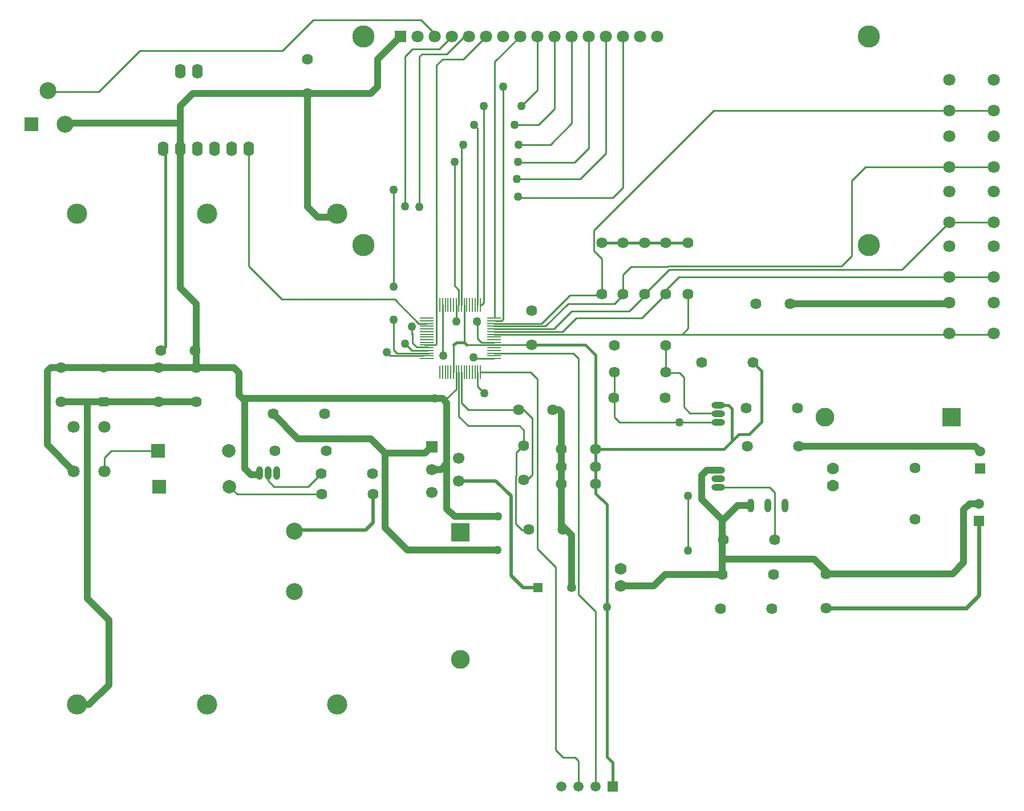
<source format=gtl>
%FSLAX25Y25*%
%MOIN*%
G70*
G01*
G75*
G04 Layer_Physical_Order=1*
G04 Layer_Color=255*
%ADD10R,0.00906X0.07874*%
%ADD11R,0.07874X0.00906*%
%ADD12O,0.00906X0.07874*%
%ADD13C,0.01000*%
%ADD14C,0.01575*%
%ADD15C,0.03937*%
%ADD16C,0.02362*%
%ADD17C,0.01969*%
%ADD18C,0.07087*%
%ADD19C,0.06400*%
%ADD20C,0.06693*%
%ADD21R,0.06693X0.06693*%
%ADD22C,0.11811*%
%ADD23C,0.07087*%
%ADD24R,0.07087X0.07087*%
%ADD25C,0.05906*%
%ADD26R,0.05906X0.05906*%
%ADD27O,0.06299X0.08661*%
%ADD28C,0.09843*%
%ADD29R,0.05906X0.05906*%
%ADD30C,0.05315*%
%ADD31R,0.05315X0.05315*%
%ADD32R,0.11024X0.11024*%
%ADD33C,0.11024*%
%ADD34C,0.07000*%
%ADD35O,0.07874X0.03937*%
%ADD36O,0.07874X0.03937*%
%ADD37R,0.05315X0.05315*%
%ADD38O,0.03937X0.07874*%
%ADD39O,0.03937X0.07874*%
%ADD40C,0.07874*%
%ADD41R,0.07874X0.07874*%
%ADD42R,0.11024X0.11024*%
%ADD43C,0.05000*%
%ADD44C,0.12992*%
D10*
X422000Y406370D02*
D03*
X423575D02*
D03*
X425150D02*
D03*
X426724D02*
D03*
X428299D02*
D03*
X429874D02*
D03*
X431449D02*
D03*
X433024D02*
D03*
X434598D02*
D03*
X436173D02*
D03*
X437748D02*
D03*
X439323D02*
D03*
X440898D02*
D03*
X442472D02*
D03*
X444047D02*
D03*
X445622D02*
D03*
Y367000D02*
D03*
X444047D02*
D03*
X442472D02*
D03*
X440898D02*
D03*
X439323D02*
D03*
X437748D02*
D03*
X436173D02*
D03*
X434598D02*
D03*
X433024D02*
D03*
X431449D02*
D03*
X429874D02*
D03*
X428299D02*
D03*
X426724D02*
D03*
X425150D02*
D03*
X423575D02*
D03*
D11*
X453496Y398496D02*
D03*
Y396921D02*
D03*
Y395346D02*
D03*
Y393772D02*
D03*
Y392197D02*
D03*
Y390622D02*
D03*
Y389047D02*
D03*
Y387472D02*
D03*
Y385898D02*
D03*
Y384323D02*
D03*
Y382748D02*
D03*
Y381173D02*
D03*
Y379598D02*
D03*
Y378024D02*
D03*
Y376449D02*
D03*
Y374874D02*
D03*
X414126D02*
D03*
Y376449D02*
D03*
Y378024D02*
D03*
Y379598D02*
D03*
Y381173D02*
D03*
Y382748D02*
D03*
Y384323D02*
D03*
Y385898D02*
D03*
Y387472D02*
D03*
Y389047D02*
D03*
Y390622D02*
D03*
Y392197D02*
D03*
Y393772D02*
D03*
Y395346D02*
D03*
Y396921D02*
D03*
Y398496D02*
D03*
D12*
X422000Y367000D02*
D03*
D13*
X430000D02*
Y382827D01*
X226055Y309008D02*
Y317055D01*
X230000Y321000D01*
X446177Y384323D02*
X453496D01*
X444000Y386500D02*
X446177Y384323D01*
X444000Y386500D02*
Y396000D01*
X719508Y388945D02*
X745492D01*
X348000Y573000D02*
X411000D01*
X230000Y321000D02*
X257410D01*
X310201Y428799D02*
Y497484D01*
Y428799D02*
X329500Y409500D01*
X395500D01*
X719508Y519945D02*
X745492D01*
X719508Y486945D02*
X745492D01*
X719508Y454445D02*
X745492D01*
X719508Y422445D02*
X745492D01*
X411000Y573000D02*
X418996Y565004D01*
Y563390D02*
Y565004D01*
X567000Y262500D02*
Y294500D01*
X562000Y337500D02*
X584500D01*
X527000D02*
X562000D01*
X453496Y382748D02*
X475248D01*
X437752D02*
X453496D01*
X436173Y384327D02*
Y406370D01*
X438500Y345000D02*
X468000D01*
X434598Y348902D02*
X438500Y345000D01*
X434598Y348902D02*
Y367000D01*
X431449Y356949D02*
Y367000D01*
X426000Y351500D02*
X431449Y356949D01*
X421500Y555894D02*
X428996Y563390D01*
X436390D02*
X438996D01*
X426000Y553000D02*
X436390Y563390D01*
X411500Y553000D02*
X426000D01*
X435606Y550000D02*
X448996Y563390D01*
X423500Y550000D02*
X435606D01*
X458000Y397008D02*
X458996Y398004D01*
X454500Y397008D02*
X458000D01*
X454106Y548500D02*
X468996Y563390D01*
X454106Y399000D02*
Y548500D01*
X458996Y398004D02*
Y534004D01*
X478996Y531996D02*
Y563390D01*
X469500Y522500D02*
X478996Y531996D01*
X447500Y407500D02*
Y522500D01*
X446370Y406370D02*
X447500Y407500D01*
X446000Y406370D02*
X446370D01*
X488996Y520996D02*
Y563390D01*
X479500Y511500D02*
X488996Y520996D01*
X465500Y511500D02*
X479500D01*
X444047Y406370D02*
Y509453D01*
X442000Y511500D02*
X444047Y509453D01*
X498996Y512496D02*
Y563390D01*
X486500Y500000D02*
X498996Y512496D01*
X468000Y500000D02*
X486500D01*
X508996Y497996D02*
Y563390D01*
X500500Y489500D02*
X508996Y497996D01*
X467000Y489500D02*
X467500Y490000D01*
X430500Y417500D02*
Y490000D01*
X467000Y489500D02*
X500500D01*
X434598Y406370D02*
Y499098D01*
X435500Y500000D01*
X518996Y494996D02*
Y563390D01*
X504000Y480000D02*
X518996Y494996D01*
X467000Y480000D02*
X504000D01*
X528996Y474996D02*
Y563390D01*
X523000Y469000D02*
X528996Y474996D01*
X393000Y376500D02*
X412500D01*
X575000Y372500D02*
Y375000D01*
X466500Y469000D02*
X523000D01*
X395000Y380000D02*
X397000Y378000D01*
X395000Y380000D02*
Y397500D01*
Y398000D01*
Y417000D02*
Y473500D01*
X397000Y378000D02*
X415500D01*
X410000Y551500D02*
X411500Y553000D01*
X410000Y463500D02*
Y551500D01*
X401500Y464000D02*
Y551500D01*
X405894Y555894D01*
X421500D01*
X433024Y406370D02*
Y414976D01*
X430500Y417500D02*
X433024Y414976D01*
X409654Y395346D02*
X414126D01*
X395500Y409500D02*
X409654Y395346D01*
X423575Y376925D02*
Y406370D01*
Y376925D02*
X424000Y376500D01*
X453496Y395346D02*
X481346D01*
X453496Y393772D02*
X483772D01*
X453496Y392197D02*
X488697D01*
X453496Y390622D02*
X493622D01*
X453496Y378024D02*
X499976D01*
X503000Y375000D01*
Y236842D02*
Y375000D01*
X513000Y124000D02*
Y226842D01*
X503000Y236842D02*
X513000Y226842D01*
X431449Y396551D02*
Y406370D01*
X445622Y367000D02*
X475000D01*
X479000Y363000D01*
Y263500D02*
Y363000D01*
Y263500D02*
X489500Y253000D01*
Y146000D02*
Y253000D01*
Y146000D02*
X494000Y141500D01*
X501000D01*
X503000Y139500D01*
Y124500D02*
Y139500D01*
X444047Y358453D02*
Y367000D01*
Y358453D02*
X448000Y354500D01*
X433024Y340976D02*
Y367000D01*
Y340976D02*
X438500Y335500D01*
X468500D01*
X471000Y333000D01*
Y324000D02*
Y333000D01*
X554000Y367000D02*
Y382500D01*
X524000Y352500D02*
Y367000D01*
Y340500D02*
X527000Y337500D01*
X524000Y340500D02*
Y351500D01*
X523500Y352000D02*
X524000Y351500D01*
X554000Y367000D02*
X554500Y366500D01*
X562000D01*
X564500Y364000D01*
Y346500D02*
Y364000D01*
Y346500D02*
X568000Y343000D01*
X584000D01*
X584500Y342500D01*
X468000Y345000D02*
X471000D01*
X476000Y340000D01*
Y307000D02*
Y340000D01*
X473000Y304000D02*
X476000Y307000D01*
X471000Y304000D02*
X473000D01*
X466300Y306147D02*
X466500Y306347D01*
Y320000D01*
X470500Y324000D01*
X471000D01*
X617500Y269000D02*
Y296500D01*
X614500Y299500D02*
X617500Y296500D01*
X584500Y299500D02*
X614500D01*
X321500Y303500D02*
Y308000D01*
Y303500D02*
X325000Y300000D01*
X345000D01*
X352500Y307500D01*
X303590Y295500D02*
X353000D01*
X299091Y300000D02*
X303590Y295500D01*
X466300Y278200D02*
Y306147D01*
Y278200D02*
X470000Y274500D01*
X473500D01*
X474000Y275000D01*
X561445Y422445D02*
X719508D01*
X554000Y415000D02*
X561445Y422445D01*
X554000Y412500D02*
Y415000D01*
X493622Y390622D02*
X501500Y398500D01*
X540000D01*
X554000Y412500D01*
X488697Y392197D02*
X499000Y402500D01*
X529000Y412000D02*
Y412500D01*
X524000Y407000D02*
X529000Y412000D01*
X497000Y407000D02*
X524000D01*
X483772Y393772D02*
X497000Y407000D01*
X692063Y427000D02*
X719508Y454445D01*
X556000Y427000D02*
X692063D01*
X541500Y412500D02*
X556000Y427000D01*
X499000Y402500D02*
X532500D01*
X541500Y411500D01*
Y412500D01*
X670445Y486945D02*
X719508D01*
X662500Y479000D02*
X670445Y486945D01*
X662500Y435000D02*
Y479000D01*
X656500Y429000D02*
X662500Y435000D01*
X555172Y429000D02*
X656500D01*
X554672Y428500D02*
X555172Y429000D01*
X533500Y428500D02*
X554672D01*
X529000Y424000D02*
X533500Y428500D01*
X529000Y412500D02*
Y424000D01*
X511800Y437800D02*
X516500Y433100D01*
Y412500D02*
Y433100D01*
X511800Y449800D02*
X581945Y519945D01*
X511800Y437800D02*
Y449800D01*
X581945Y519945D02*
X719508D01*
X481346Y395346D02*
X498000Y412000D01*
X516000D01*
X516500Y412500D01*
X567000Y392500D02*
Y412500D01*
X453496Y389047D02*
X563547D01*
X567000Y392500D01*
X563547Y389047D02*
X719110D01*
X719508Y388945D01*
X330000Y555000D02*
X348000Y573000D01*
X246500Y555000D02*
X330000D01*
X222500Y531000D02*
X246500Y555000D01*
X193658Y531000D02*
X222500D01*
X192972Y531685D02*
X193658Y531000D01*
X405500Y389000D02*
X406000Y389500D01*
X405500Y389000D02*
Y393500D01*
X413000Y383000D02*
X419500D01*
X420000Y546500D02*
X423500Y550000D01*
X419500Y383000D02*
X420000Y383500D01*
Y546500D01*
X406000Y384000D02*
Y389500D01*
Y384000D02*
X408500Y381500D01*
X415000D01*
X401500Y383500D02*
X405500Y379500D01*
X415000D01*
X441500Y374500D02*
X442500D01*
X442874Y374874D01*
X453496D01*
X391000Y378500D02*
X393000Y376500D01*
D14*
X592500Y326500D02*
Y345500D01*
Y326500D02*
X596500Y330500D01*
X588000Y322000D02*
X592500Y326500D01*
X513000Y311500D02*
Y322000D01*
Y301500D02*
Y311500D01*
Y296000D02*
Y301500D01*
X590500Y347500D02*
X592500Y345500D01*
X584500Y347500D02*
X590500D01*
X260201Y497484D02*
X261500Y496185D01*
Y382000D02*
Y496185D01*
X523000Y124500D02*
Y138500D01*
X519500Y142000D02*
X523000Y138500D01*
X513000Y296000D02*
X519500Y289500D01*
X436173Y384327D02*
X437752Y382748D01*
X431500Y384327D02*
X436173D01*
X430000Y382827D02*
X431500Y384327D01*
X475500Y383000D02*
X507000D01*
X513000Y377000D01*
Y322000D02*
Y377000D01*
Y322000D02*
X588000D01*
X596500Y330500D02*
X602500D01*
X610000Y338000D01*
Y367500D01*
X605000Y372500D02*
X610000Y367500D01*
X259000Y379500D02*
X261500Y382000D01*
X516500Y442500D02*
X529000D01*
X541500D01*
X554000D01*
X567000D01*
X519500Y142000D02*
Y289500D01*
D15*
X192500Y324453D02*
X207945Y309008D01*
X192500Y324453D02*
Y367500D01*
X527500Y242000D02*
X547000D01*
X216000Y349500D02*
X257500D01*
X270201Y416299D02*
Y497484D01*
Y416299D02*
X279500Y407000D01*
X359898Y457500D02*
X361890Y459492D01*
X350500Y457500D02*
X359898D01*
X344500Y463500D02*
X350500Y457500D01*
X344500Y463500D02*
Y530000D01*
X200500Y349500D02*
X216000D01*
Y234500D02*
Y349500D01*
X210000Y172484D02*
X216984D01*
X228500Y184000D01*
Y222000D01*
X216000Y234500D02*
X228500Y222000D01*
X257500Y349500D02*
X278000D01*
X381500Y328000D02*
X390000Y319500D01*
X339000Y328000D02*
X381500D01*
X324500Y342500D02*
X339000Y328000D01*
X278000Y349500D02*
X278500Y349000D01*
X304500Y353500D02*
Y366500D01*
X301500Y369500D02*
X304500Y366500D01*
X279500Y369500D02*
X301500D01*
X194500D02*
X200500D01*
X192500Y367500D02*
X194500Y369500D01*
X718953Y407000D02*
X719508Y407555D01*
X626500Y407000D02*
X718953D01*
X731500Y290000D02*
X737000D01*
X728000Y286500D02*
X731500Y290000D01*
X728000Y255500D02*
Y286500D01*
X721500Y249000D02*
X728000Y255500D01*
X647500Y249000D02*
X721500D01*
X422500Y310000D02*
X426000Y313500D01*
X417126Y310000D02*
X422500D01*
X200500Y369500D02*
Y370000D01*
X257500Y369500D02*
X279500D01*
X431449Y396551D02*
X431500Y396500D01*
X443500D02*
X444000Y396000D01*
X413240Y319500D02*
X417126Y323386D01*
X390000Y276000D02*
Y319500D01*
X413240D01*
X488000Y345000D02*
X491500D01*
X493000Y343500D01*
Y322000D02*
Y343500D01*
X498842Y241000D02*
Y271657D01*
X430500Y282500D02*
X456000D01*
X426000Y287000D02*
X430500Y282500D01*
X426000Y287000D02*
Y313500D01*
X526500Y241000D02*
X527500Y242000D01*
X553500Y248500D02*
X587000D01*
X547000Y242000D02*
X553500Y248500D01*
X575000Y292500D02*
X587000Y280500D01*
X575000Y292500D02*
Y306500D01*
X578000Y309500D01*
X584500D01*
X587000Y280000D02*
Y280500D01*
X640500Y257500D02*
X647500Y250500D01*
Y249000D02*
Y250500D01*
X587000Y257500D02*
X640500D01*
X587000Y248500D02*
Y257500D01*
X385500Y549894D02*
X398996Y563390D01*
X385500Y534000D02*
Y549894D01*
X381500Y530000D02*
X385500Y534000D01*
X344500Y530000D02*
X381500D01*
X596000Y289000D02*
X603500D01*
X587000Y280000D02*
X596000Y289000D01*
X631500Y323500D02*
X734500D01*
X737500Y320500D01*
X311500Y307000D02*
X315500D01*
X316500Y308000D01*
X308000Y310500D02*
X311500Y307000D01*
X308000Y310500D02*
Y350000D01*
X419000Y351500D02*
X423500D01*
X426000Y349000D01*
Y313500D02*
Y349000D01*
X270201Y522701D02*
X277500Y530000D01*
X344500D01*
X202815Y512000D02*
X203315Y512500D01*
X306500Y351500D02*
X308000Y350000D01*
X304500Y353500D02*
X306500Y351500D01*
X419000D01*
X203315Y512500D02*
X270201D01*
Y497484D02*
Y512500D01*
Y522701D01*
X390000Y276000D02*
X403000Y263000D01*
X455500D01*
X493000Y311500D02*
Y322000D01*
Y277500D02*
Y301500D01*
Y311500D01*
X200500Y369500D02*
X257500D01*
X279500D02*
Y407000D01*
X493000Y277500D02*
X498842Y271657D01*
X587000Y257500D02*
Y280000D01*
D16*
X647500Y229000D02*
X729500D01*
X737000Y236500D01*
Y280000D01*
X601500Y323500D02*
X603500D01*
D17*
X383000Y279000D02*
Y295500D01*
X378500Y274500D02*
X383000Y279000D01*
X337567Y274500D02*
X378500D01*
X337000Y273933D02*
X337567Y274500D01*
X432874Y303307D02*
X454693D01*
X463500Y294500D01*
Y248000D02*
Y294500D01*
Y248000D02*
X470500Y241000D01*
X479157D01*
X479157Y241000D01*
D18*
X226055Y334992D02*
D03*
X207945D02*
D03*
X226055Y309008D02*
D03*
X207945D02*
D03*
X719508Y440555D02*
D03*
Y422445D02*
D03*
X745492Y440555D02*
D03*
Y422445D02*
D03*
X719508Y472555D02*
D03*
Y454445D02*
D03*
X745492Y472555D02*
D03*
Y454445D02*
D03*
X719508Y505055D02*
D03*
Y486945D02*
D03*
X745492Y505055D02*
D03*
Y486945D02*
D03*
X719508Y538055D02*
D03*
Y519945D02*
D03*
X745492Y538055D02*
D03*
Y519945D02*
D03*
X719508Y407555D02*
D03*
Y389445D02*
D03*
X745492Y407555D02*
D03*
Y389445D02*
D03*
D19*
X699500Y311000D02*
D03*
Y281000D02*
D03*
X344500Y530000D02*
D03*
Y550000D02*
D03*
X474000Y275000D02*
D03*
X494000D02*
D03*
X605000Y372500D02*
D03*
X575000D02*
D03*
X471000Y324000D02*
D03*
Y304000D02*
D03*
X606500Y407000D02*
D03*
X626500D02*
D03*
X468000Y345000D02*
D03*
X488000D02*
D03*
X513000Y311500D02*
D03*
X493000D02*
D03*
X259000Y379500D02*
D03*
X279000D02*
D03*
X513000Y322000D02*
D03*
X493000D02*
D03*
X475500Y403000D02*
D03*
Y383000D02*
D03*
X279500Y349500D02*
D03*
Y369500D02*
D03*
X257500Y349500D02*
D03*
Y369500D02*
D03*
X647500Y229000D02*
D03*
Y249000D02*
D03*
X601500Y323500D02*
D03*
X631500D02*
D03*
X601000Y346000D02*
D03*
X631000D02*
D03*
X200500Y349500D02*
D03*
Y369500D02*
D03*
X616000Y228500D02*
D03*
X586000D02*
D03*
X354500Y342500D02*
D03*
X324500D02*
D03*
X524000Y367000D02*
D03*
X554000D02*
D03*
Y382500D02*
D03*
X524000D02*
D03*
X325500Y321000D02*
D03*
X355500D02*
D03*
X617000Y248500D02*
D03*
X587000D02*
D03*
X617500Y269000D02*
D03*
X587500D02*
D03*
X567000Y412500D02*
D03*
Y442500D02*
D03*
X382500Y307500D02*
D03*
X352500D02*
D03*
X383000Y295500D02*
D03*
X353000D02*
D03*
X541500Y442500D02*
D03*
Y412500D02*
D03*
X529000Y442500D02*
D03*
Y412500D02*
D03*
X516500Y442500D02*
D03*
Y412500D02*
D03*
X553500Y352000D02*
D03*
X523500D02*
D03*
X554000Y442500D02*
D03*
Y412500D02*
D03*
X513000Y301500D02*
D03*
X493000D02*
D03*
D20*
X417126Y296614D02*
D03*
X432874Y303307D02*
D03*
X417126Y310000D02*
D03*
X432874Y316693D02*
D03*
D21*
X417126Y323386D02*
D03*
D22*
X210000Y459492D02*
D03*
X285945D02*
D03*
X361890D02*
D03*
Y172484D02*
D03*
X285945D02*
D03*
X210000D02*
D03*
D23*
X548996Y563390D02*
D03*
X538996D02*
D03*
X528996D02*
D03*
X518996D02*
D03*
X508996D02*
D03*
X498996D02*
D03*
X488996D02*
D03*
X478996D02*
D03*
X468996D02*
D03*
X458996D02*
D03*
X448996D02*
D03*
X438996D02*
D03*
X428996D02*
D03*
X418996D02*
D03*
X408996D02*
D03*
D24*
X398996D02*
D03*
D25*
X493000Y124500D02*
D03*
X503000D02*
D03*
X513000D02*
D03*
X737500Y320500D02*
D03*
X737000Y290000D02*
D03*
D26*
X523000Y124500D02*
D03*
D27*
X310201Y497484D02*
D03*
X290201D02*
D03*
X280201D02*
D03*
X270201D02*
D03*
X260201D02*
D03*
X300201D02*
D03*
X270437Y542760D02*
D03*
X280437D02*
D03*
D28*
X337000Y238500D02*
D03*
Y273933D02*
D03*
X192972Y531685D02*
D03*
X202815Y512000D02*
D03*
D29*
X737500Y310500D02*
D03*
X737000Y280000D02*
D03*
D30*
X498842Y241000D02*
D03*
X225500Y369342D02*
D03*
D31*
X479157Y241000D02*
D03*
D32*
X434000Y273087D02*
D03*
D33*
Y198913D02*
D03*
X646913Y340500D02*
D03*
D34*
X651500Y310500D02*
D03*
Y300500D02*
D03*
X527500Y252000D02*
D03*
Y242000D02*
D03*
D35*
X584500Y347500D02*
D03*
Y337500D02*
D03*
Y309500D02*
D03*
Y299500D02*
D03*
D36*
Y342500D02*
D03*
Y304500D02*
D03*
D37*
X225500Y349658D02*
D03*
D38*
X623500Y289000D02*
D03*
X326500Y308000D02*
D03*
X316500D02*
D03*
D39*
X613500Y289000D02*
D03*
X603500D02*
D03*
X321500Y308000D02*
D03*
D40*
X298590Y321000D02*
D03*
X299091Y300000D02*
D03*
D41*
X257410Y321000D02*
D03*
X257909Y300000D02*
D03*
X183130Y512000D02*
D03*
D42*
X721087Y340500D02*
D03*
D43*
X519500Y229500D02*
D03*
X567000Y262500D02*
D03*
Y294500D02*
D03*
X562000Y337500D02*
D03*
X458996Y534004D02*
D03*
X469500Y522500D02*
D03*
X447500D02*
D03*
X465500Y511500D02*
D03*
X442000D02*
D03*
X468000Y500000D02*
D03*
X435500D02*
D03*
X467500Y490000D02*
D03*
X430500D02*
D03*
X467000Y480000D02*
D03*
X467500Y469500D02*
D03*
X391000Y378500D02*
D03*
X395000Y397500D02*
D03*
Y473500D02*
D03*
Y417000D02*
D03*
X401500Y383500D02*
D03*
Y464000D02*
D03*
X410000Y463500D02*
D03*
X424000Y376500D02*
D03*
X419000Y351500D02*
D03*
X431500Y396500D02*
D03*
X443500D02*
D03*
X448000Y354500D02*
D03*
X456000Y282500D02*
D03*
X455500Y263000D02*
D03*
X405500Y393500D02*
D03*
X441500Y375500D02*
D03*
D44*
X377343Y441342D02*
D03*
X672618D02*
D03*
Y563390D02*
D03*
X377343D02*
D03*
M02*

</source>
